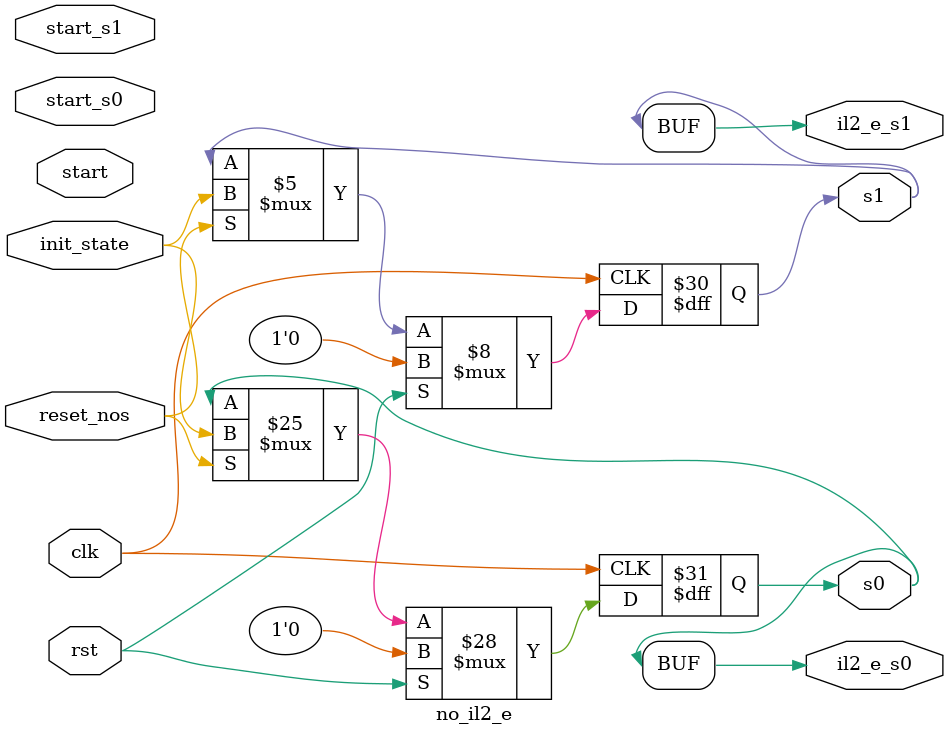
<source format=v>

module no_il2_e
(
  input clk,
  input start,
  input rst,
  input reset_nos,
  input start_s0,
  input start_s1,
  input init_state,
  output reg [1-1:0] s0,
  output reg [1-1:0] s1,
  output [1-1:0] il2_e_s0,
  output [1-1:0] il2_e_s1
);

  reg pass;

  always @(posedge clk) begin
    if(rst) begin
      s0 <= 1'd0;
      pass <= 1'b0;
    end else begin
      if(reset_nos) begin
        s0 <= init_state;
        pass <= 1;
      end else begin
        if(start_s0) begin
          if(pass) begin
            s0 <=  s0 ;
            pass <= 0;
          end else begin
            pass <= 1;
          end
        end 
      end
    end
  end


  always @(posedge clk) begin
    if(rst) begin
      s1 <= 1'd0;
    end else begin
      if(reset_nos) begin
        s1 <= init_state;
      end else begin
        if(start_s1) begin
          s1 <=  s1 ;
        end 
      end
    end
  end

  assign il2_e_s0 = s0;
  assign il2_e_s1 = s1;

endmodule

</source>
